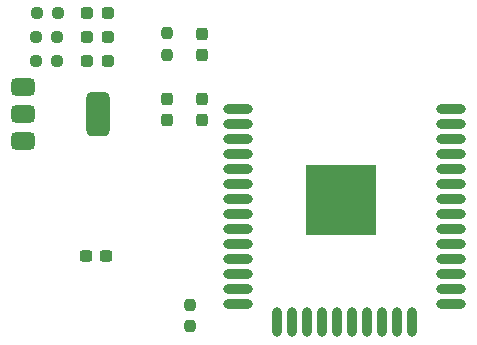
<source format=gbr>
%TF.GenerationSoftware,KiCad,Pcbnew,8.0.2*%
%TF.CreationDate,2024-05-27T00:00:39+02:00*%
%TF.ProjectId,ESP-Logger-HW,4553502d-4c6f-4676-9765-722d48572e6b,rev?*%
%TF.SameCoordinates,Original*%
%TF.FileFunction,Paste,Top*%
%TF.FilePolarity,Positive*%
%FSLAX46Y46*%
G04 Gerber Fmt 4.6, Leading zero omitted, Abs format (unit mm)*
G04 Created by KiCad (PCBNEW 8.0.2) date 2024-05-27 00:00:39*
%MOMM*%
%LPD*%
G01*
G04 APERTURE LIST*
G04 Aperture macros list*
%AMRoundRect*
0 Rectangle with rounded corners*
0 $1 Rounding radius*
0 $2 $3 $4 $5 $6 $7 $8 $9 X,Y pos of 4 corners*
0 Add a 4 corners polygon primitive as box body*
4,1,4,$2,$3,$4,$5,$6,$7,$8,$9,$2,$3,0*
0 Add four circle primitives for the rounded corners*
1,1,$1+$1,$2,$3*
1,1,$1+$1,$4,$5*
1,1,$1+$1,$6,$7*
1,1,$1+$1,$8,$9*
0 Add four rect primitives between the rounded corners*
20,1,$1+$1,$2,$3,$4,$5,0*
20,1,$1+$1,$4,$5,$6,$7,0*
20,1,$1+$1,$6,$7,$8,$9,0*
20,1,$1+$1,$8,$9,$2,$3,0*%
G04 Aperture macros list end*
%ADD10RoundRect,0.237500X-0.287500X-0.237500X0.287500X-0.237500X0.287500X0.237500X-0.287500X0.237500X0*%
%ADD11RoundRect,0.237500X0.237500X-0.300000X0.237500X0.300000X-0.237500X0.300000X-0.237500X-0.300000X0*%
%ADD12O,2.500000X0.900000*%
%ADD13O,0.900000X2.500000*%
%ADD14R,6.000000X6.000000*%
%ADD15RoundRect,0.237500X0.250000X0.237500X-0.250000X0.237500X-0.250000X-0.237500X0.250000X-0.237500X0*%
%ADD16RoundRect,0.237500X-0.237500X0.250000X-0.237500X-0.250000X0.237500X-0.250000X0.237500X0.250000X0*%
%ADD17RoundRect,0.237500X0.237500X-0.250000X0.237500X0.250000X-0.237500X0.250000X-0.237500X-0.250000X0*%
%ADD18RoundRect,0.237500X-0.237500X0.300000X-0.237500X-0.300000X0.237500X-0.300000X0.237500X0.300000X0*%
%ADD19RoundRect,0.375000X-0.625000X-0.375000X0.625000X-0.375000X0.625000X0.375000X-0.625000X0.375000X0*%
%ADD20RoundRect,0.500000X-0.500000X-1.400000X0.500000X-1.400000X0.500000X1.400000X-0.500000X1.400000X0*%
%ADD21RoundRect,0.237500X0.300000X0.237500X-0.300000X0.237500X-0.300000X-0.237500X0.300000X-0.237500X0*%
G04 APERTURE END LIST*
D10*
%TO.C,D3*%
X26750000Y-25000000D03*
X28500000Y-25000000D03*
%TD*%
%TO.C,D2*%
X26750000Y-23000000D03*
X28500000Y-23000000D03*
%TD*%
D11*
%TO.C,C2*%
X33500000Y-30000000D03*
X33500000Y-28275000D03*
%TD*%
D12*
%TO.C,ESP1*%
X39560000Y-29130000D03*
X39560000Y-30400000D03*
X39560000Y-31670000D03*
X39560000Y-32940000D03*
X39560000Y-34210000D03*
X39560000Y-35480000D03*
X39560000Y-36750000D03*
X39560000Y-38020000D03*
X39560000Y-39290000D03*
X39560000Y-40560000D03*
X39560000Y-41830000D03*
X39560000Y-43100000D03*
X39560000Y-44370000D03*
X39560000Y-45640000D03*
D13*
X42845000Y-47130000D03*
X44115000Y-47130000D03*
X45385000Y-47130000D03*
X46655000Y-47130000D03*
X47925000Y-47130000D03*
X49195000Y-47130000D03*
X50465000Y-47130000D03*
X51735000Y-47130000D03*
X53005000Y-47130000D03*
X54275000Y-47130000D03*
D12*
X57560000Y-45640000D03*
X57560000Y-44370000D03*
X57560000Y-43100000D03*
X57560000Y-41830000D03*
X57560000Y-40560000D03*
X57560000Y-39290000D03*
X57560000Y-38020000D03*
X57560000Y-36750000D03*
X57560000Y-35480000D03*
X57560000Y-34210000D03*
X57560000Y-32940000D03*
X57560000Y-31670000D03*
X57560000Y-30400000D03*
X57560000Y-29130000D03*
D14*
X48260000Y-36830000D03*
%TD*%
D15*
%TO.C,R2*%
X24325000Y-21000000D03*
X22500000Y-21000000D03*
%TD*%
D16*
%TO.C,R1*%
X35500000Y-45675000D03*
X35500000Y-47500000D03*
%TD*%
D15*
%TO.C,R3*%
X24250000Y-23000000D03*
X22425000Y-23000000D03*
%TD*%
%TO.C,R4*%
X24250000Y-25000000D03*
X22425000Y-25000000D03*
%TD*%
D17*
%TO.C,R5*%
X33500000Y-24500000D03*
X33500000Y-22675000D03*
%TD*%
D10*
%TO.C,D1*%
X26750000Y-21000000D03*
X28500000Y-21000000D03*
%TD*%
D18*
%TO.C,C3*%
X36500000Y-22775000D03*
X36500000Y-24500000D03*
%TD*%
D11*
%TO.C,C1*%
X36500000Y-30000000D03*
X36500000Y-28275000D03*
%TD*%
D19*
%TO.C,U1*%
X21350000Y-27200000D03*
X21350000Y-29500000D03*
D20*
X27650000Y-29500000D03*
D19*
X21350000Y-31800000D03*
%TD*%
D21*
%TO.C,C4*%
X28362500Y-41500000D03*
X26637500Y-41500000D03*
%TD*%
M02*

</source>
